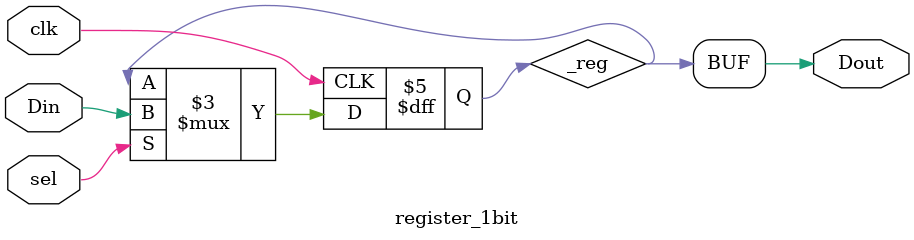
<source format=v>
module register_1bit(
    input wire Din,
    input wire sel,
    input wire clk,
    output wire Dout
);
    reg _reg = 1'b0;
always @(posedge clk) begin
    if(sel)
        _reg <= Din;
end
assign Dout = _reg; 
endmodule
</source>
